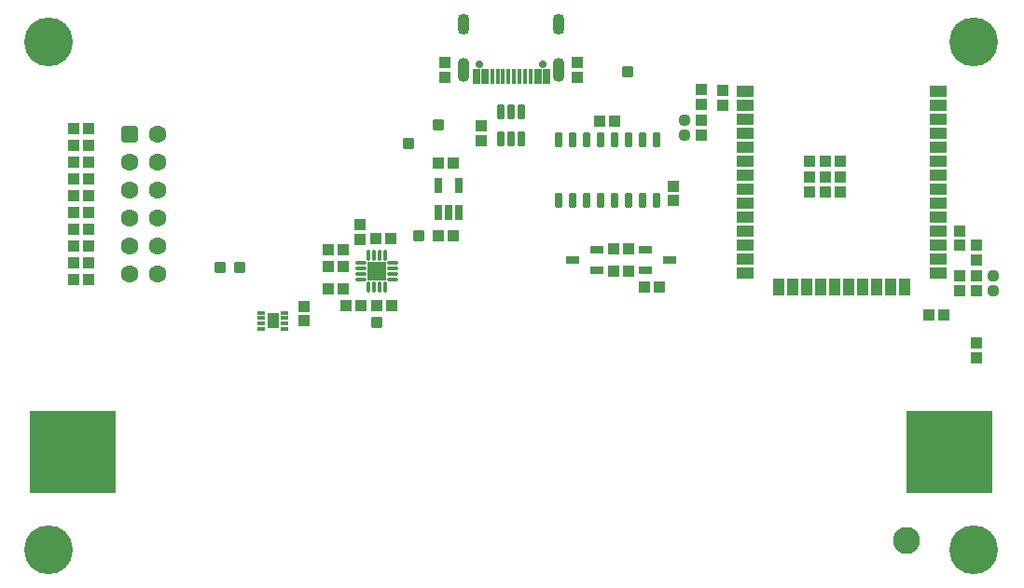
<source format=gts>
G04*
G04 #@! TF.GenerationSoftware,Altium Limited,Altium Designer,23.9.2 (47)*
G04*
G04 Layer_Color=8388736*
%FSLAX44Y44*%
%MOMM*%
G71*
G04*
G04 #@! TF.SameCoordinates,62824387-D865-4AF8-97CC-6DA101F7C082*
G04*
G04*
G04 #@! TF.FilePolarity,Negative*
G04*
G01*
G75*
%ADD32R,1.0760X0.9760*%
%ADD33R,0.9760X1.0760*%
G04:AMPARAMS|DCode=34|XSize=1.386mm|YSize=0.696mm|CornerRadius=0.1155mm|HoleSize=0mm|Usage=FLASHONLY|Rotation=270.000|XOffset=0mm|YOffset=0mm|HoleType=Round|Shape=RoundedRectangle|*
%AMROUNDEDRECTD34*
21,1,1.3860,0.4650,0,0,270.0*
21,1,1.1550,0.6960,0,0,270.0*
1,1,0.2310,-0.2325,-0.5775*
1,1,0.2310,-0.2325,0.5775*
1,1,0.2310,0.2325,0.5775*
1,1,0.2310,0.2325,-0.5775*
%
%ADD34ROUNDEDRECTD34*%
%ADD35R,1.5760X0.9760*%
%ADD36R,0.9760X1.5760*%
%ADD37R,0.9760X0.9760*%
%ADD38R,0.9760X1.3760*%
%ADD39O,0.7760X0.3760*%
%ADD40R,0.6760X1.4760*%
%ADD41R,1.7560X1.7560*%
G04:AMPARAMS|DCode=42|XSize=0.936mm|YSize=0.336mm|CornerRadius=0.0705mm|HoleSize=0mm|Usage=FLASHONLY|Rotation=90.000|XOffset=0mm|YOffset=0mm|HoleType=Round|Shape=RoundedRectangle|*
%AMROUNDEDRECTD42*
21,1,0.9360,0.1950,0,0,90.0*
21,1,0.7950,0.3360,0,0,90.0*
1,1,0.1410,0.0975,0.3975*
1,1,0.1410,0.0975,-0.3975*
1,1,0.1410,-0.0975,-0.3975*
1,1,0.1410,-0.0975,0.3975*
%
%ADD42ROUNDEDRECTD42*%
G04:AMPARAMS|DCode=43|XSize=0.936mm|YSize=0.336mm|CornerRadius=0.0705mm|HoleSize=0mm|Usage=FLASHONLY|Rotation=180.000|XOffset=0mm|YOffset=0mm|HoleType=Round|Shape=RoundedRectangle|*
%AMROUNDEDRECTD43*
21,1,0.9360,0.1950,0,0,180.0*
21,1,0.7950,0.3360,0,0,180.0*
1,1,0.1410,-0.3975,0.0975*
1,1,0.1410,0.3975,0.0975*
1,1,0.1410,0.3975,-0.0975*
1,1,0.1410,-0.3975,-0.0975*
%
%ADD43ROUNDEDRECTD43*%
G04:AMPARAMS|DCode=44|XSize=1.0922mm|YSize=1.0922mm|CornerRadius=0.3239mm|HoleSize=0mm|Usage=FLASHONLY|Rotation=90.000|XOffset=0mm|YOffset=0mm|HoleType=Round|Shape=RoundedRectangle|*
%AMROUNDEDRECTD44*
21,1,1.0922,0.4445,0,0,90.0*
21,1,0.4445,1.0922,0,0,90.0*
1,1,0.6477,0.2223,0.2223*
1,1,0.6477,0.2223,-0.2223*
1,1,0.6477,-0.2223,-0.2223*
1,1,0.6477,-0.2223,0.2223*
%
%ADD44ROUNDEDRECTD44*%
G04:AMPARAMS|DCode=45|XSize=1.0922mm|YSize=1.0922mm|CornerRadius=0.3239mm|HoleSize=0mm|Usage=FLASHONLY|Rotation=0.000|XOffset=0mm|YOffset=0mm|HoleType=Round|Shape=RoundedRectangle|*
%AMROUNDEDRECTD45*
21,1,1.0922,0.4445,0,0,0.0*
21,1,0.4445,1.0922,0,0,0.0*
1,1,0.6477,0.2223,-0.2223*
1,1,0.6477,-0.2223,-0.2223*
1,1,0.6477,-0.2223,0.2223*
1,1,0.6477,0.2223,0.2223*
%
%ADD45ROUNDEDRECTD45*%
G04:AMPARAMS|DCode=46|XSize=0.965mm|YSize=0.965mm|CornerRadius=0.2603mm|HoleSize=0mm|Usage=FLASHONLY|Rotation=180.000|XOffset=0mm|YOffset=0mm|HoleType=Round|Shape=RoundedRectangle|*
%AMROUNDEDRECTD46*
21,1,0.9650,0.4445,0,0,180.0*
21,1,0.4445,0.9650,0,0,180.0*
1,1,0.5205,-0.2223,0.2223*
1,1,0.5205,0.2223,0.2223*
1,1,0.5205,0.2223,-0.2223*
1,1,0.5205,-0.2223,-0.2223*
%
%ADD46ROUNDEDRECTD46*%
%ADD47R,1.1760X0.6760*%
%ADD48R,0.7000X1.4000*%
%ADD49R,0.4000X1.4000*%
G04:AMPARAMS|DCode=50|XSize=1.286mm|YSize=0.666mm|CornerRadius=0.1118mm|HoleSize=0mm|Usage=FLASHONLY|Rotation=90.000|XOffset=0mm|YOffset=0mm|HoleType=Round|Shape=RoundedRectangle|*
%AMROUNDEDRECTD50*
21,1,1.2860,0.4425,0,0,90.0*
21,1,1.0625,0.6660,0,0,90.0*
1,1,0.2235,0.2213,0.5313*
1,1,0.2235,0.2213,-0.5313*
1,1,0.2235,-0.2213,-0.5313*
1,1,0.2235,-0.2213,0.5313*
%
%ADD50ROUNDEDRECTD50*%
%ADD51R,7.8460X7.4260*%
%ADD52R,7.7760X7.4260*%
G04:AMPARAMS|DCode=53|XSize=1.6mm|YSize=1.6mm|CornerRadius=0.419mm|HoleSize=0mm|Usage=FLASHONLY|Rotation=270.000|XOffset=0mm|YOffset=0mm|HoleType=Round|Shape=RoundedRectangle|*
%AMROUNDEDRECTD53*
21,1,1.6000,0.7620,0,0,270.0*
21,1,0.7620,1.6000,0,0,270.0*
1,1,0.8380,-0.3810,-0.3810*
1,1,0.8380,-0.3810,0.3810*
1,1,0.8380,0.3810,0.3810*
1,1,0.8380,0.3810,-0.3810*
%
%ADD53ROUNDEDRECTD53*%
%ADD54C,1.6000*%
%ADD55C,0.7260*%
%ADD56O,1.1000X1.9000*%
%ADD57O,1.1000X2.2000*%
%ADD58C,2.4660*%
%ADD59C,0.6760*%
%ADD60C,4.4260*%
D32*
X-258064Y447586D02*
D03*
Y434086D02*
D03*
X-277700Y406254D02*
D03*
Y419754D02*
D03*
X-27510Y265538D02*
D03*
Y279038D02*
D03*
X-277700Y434194D02*
D03*
Y447694D02*
D03*
X-42750Y279038D02*
D03*
Y265538D02*
D03*
X-587580Y312166D02*
D03*
Y325666D02*
D03*
X-510200Y472624D02*
D03*
Y459124D02*
D03*
X-389799Y472624D02*
D03*
Y459124D02*
D03*
X-42750Y319824D02*
D03*
Y306324D02*
D03*
X-27510Y306724D02*
D03*
Y293224D02*
D03*
Y217824D02*
D03*
Y204324D02*
D03*
X-303100Y360464D02*
D03*
Y346964D02*
D03*
X-638380Y251244D02*
D03*
Y237744D02*
D03*
X-477090Y401174D02*
D03*
Y414674D02*
D03*
D33*
X-502882Y315214D02*
D03*
X-516382D02*
D03*
X-343722Y283210D02*
D03*
X-357221D02*
D03*
X-343722Y303530D02*
D03*
X-357221D02*
D03*
X-57590Y242824D02*
D03*
X-71090D02*
D03*
X-847583Y321310D02*
D03*
X-834083D02*
D03*
X-847583Y367030D02*
D03*
X-834083D02*
D03*
X-847583Y351790D02*
D03*
X-834083D02*
D03*
X-847583Y290830D02*
D03*
X-834083D02*
D03*
X-847583Y382270D02*
D03*
X-834083D02*
D03*
X-847583Y275590D02*
D03*
X-834083D02*
D03*
X-847583Y412750D02*
D03*
X-834083D02*
D03*
X-847583Y397510D02*
D03*
X-834083D02*
D03*
X-847583Y336550D02*
D03*
X-834083D02*
D03*
X-847583Y306070D02*
D03*
X-834083D02*
D03*
X-602420Y266954D02*
D03*
X-615920D02*
D03*
X-602420Y287274D02*
D03*
X-615920D02*
D03*
X-586926Y251714D02*
D03*
X-600426D02*
D03*
X-369940Y419354D02*
D03*
X-356440D02*
D03*
X-315762Y268224D02*
D03*
X-329262D02*
D03*
X-502960Y381254D02*
D03*
X-516460D02*
D03*
X-558986Y251714D02*
D03*
X-572486D02*
D03*
X-559240Y312547D02*
D03*
X-572740D02*
D03*
X-615920Y302514D02*
D03*
X-602420D02*
D03*
D34*
X-318340Y401964D02*
D03*
X-331040D02*
D03*
X-343740D02*
D03*
X-356440D02*
D03*
X-369140D02*
D03*
X-381840D02*
D03*
X-394540D02*
D03*
X-407240D02*
D03*
Y346964D02*
D03*
X-394540D02*
D03*
X-381840D02*
D03*
X-369140D02*
D03*
X-356440D02*
D03*
X-343740D02*
D03*
X-331040D02*
D03*
X-318340D02*
D03*
D35*
X-237500Y446024D02*
D03*
Y433324D02*
D03*
Y420624D02*
D03*
Y407924D02*
D03*
Y395224D02*
D03*
Y382524D02*
D03*
Y369824D02*
D03*
Y357124D02*
D03*
Y344424D02*
D03*
Y331724D02*
D03*
Y319024D02*
D03*
Y306324D02*
D03*
Y293624D02*
D03*
Y280924D02*
D03*
X-62500D02*
D03*
Y293624D02*
D03*
Y306324D02*
D03*
Y319024D02*
D03*
Y331724D02*
D03*
Y344424D02*
D03*
Y357124D02*
D03*
Y369824D02*
D03*
Y382524D02*
D03*
Y395224D02*
D03*
Y407924D02*
D03*
Y420624D02*
D03*
Y433324D02*
D03*
Y446024D02*
D03*
D36*
X-207150Y268424D02*
D03*
X-194450D02*
D03*
X-181750D02*
D03*
X-169050D02*
D03*
X-156350D02*
D03*
X-143650D02*
D03*
X-130950D02*
D03*
X-118250D02*
D03*
X-105550D02*
D03*
X-92850D02*
D03*
D37*
X-179000Y382824D02*
D03*
X-165000D02*
D03*
X-151000D02*
D03*
X-179000Y368824D02*
D03*
X-165000D02*
D03*
X-151000D02*
D03*
X-179000Y354824D02*
D03*
X-165000D02*
D03*
X-151000D02*
D03*
D38*
X-666320Y237744D02*
D03*
D39*
X-676820Y230244D02*
D03*
Y235244D02*
D03*
Y240244D02*
D03*
Y245244D02*
D03*
X-655820D02*
D03*
Y240244D02*
D03*
Y235244D02*
D03*
Y230244D02*
D03*
D40*
X-516460Y335934D02*
D03*
X-506960D02*
D03*
X-497460D02*
D03*
Y360934D02*
D03*
X-516460D02*
D03*
D41*
X-572250Y282812D02*
D03*
D42*
X-579750Y297162D02*
D03*
X-574750D02*
D03*
X-569750D02*
D03*
X-564750D02*
D03*
Y268462D02*
D03*
X-569750D02*
D03*
X-574750D02*
D03*
X-579750D02*
D03*
D43*
X-586600Y275312D02*
D03*
Y280312D02*
D03*
Y285312D02*
D03*
Y290312D02*
D03*
X-557900D02*
D03*
Y285312D02*
D03*
Y280312D02*
D03*
Y275312D02*
D03*
D44*
X-714580Y286004D02*
D03*
X-543130Y399034D02*
D03*
X-516460Y415544D02*
D03*
X-344170Y464058D02*
D03*
X-534240Y315214D02*
D03*
D45*
X-696800Y286004D02*
D03*
X-572340Y236474D02*
D03*
D46*
X-292940Y419754D02*
D03*
Y406254D02*
D03*
X-12270Y279038D02*
D03*
Y265538D02*
D03*
D47*
X-394492Y293370D02*
D03*
X-372491Y302870D02*
D03*
Y283870D02*
D03*
X-306451Y293370D02*
D03*
X-328451Y283870D02*
D03*
Y302870D02*
D03*
D48*
X-418000Y459994D02*
D03*
X-426000D02*
D03*
X-482000D02*
D03*
X-474000D02*
D03*
D49*
X-467500D02*
D03*
X-462500D02*
D03*
X-457500D02*
D03*
X-452500D02*
D03*
X-447500D02*
D03*
X-442500D02*
D03*
X-437500D02*
D03*
X-432500D02*
D03*
D50*
X-459655Y428094D02*
D03*
X-450155D02*
D03*
X-440655D02*
D03*
Y402994D02*
D03*
X-450155D02*
D03*
X-459655D02*
D03*
D51*
X-848000Y118364D02*
D03*
D52*
X-52000D02*
D03*
D53*
X-796383Y407670D02*
D03*
D54*
Y382270D02*
D03*
Y356870D02*
D03*
Y331470D02*
D03*
Y306070D02*
D03*
Y280670D02*
D03*
X-770983D02*
D03*
Y306070D02*
D03*
Y331470D02*
D03*
Y356870D02*
D03*
Y382270D02*
D03*
Y407670D02*
D03*
D55*
X-478900Y470773D02*
D03*
X-421100Y470763D02*
D03*
D56*
X-493199Y507572D02*
D03*
X-406799Y507572D02*
D03*
D57*
X-493201Y465773D02*
D03*
X-406800Y465774D02*
D03*
D58*
X-91600Y38364D02*
D03*
D59*
X-577330Y277732D02*
D03*
Y287892D02*
D03*
X-567170D02*
D03*
Y277732D02*
D03*
D60*
X-870000Y30000D02*
D03*
X-30000D02*
D03*
Y491044D02*
D03*
X-870000D02*
D03*
M02*

</source>
